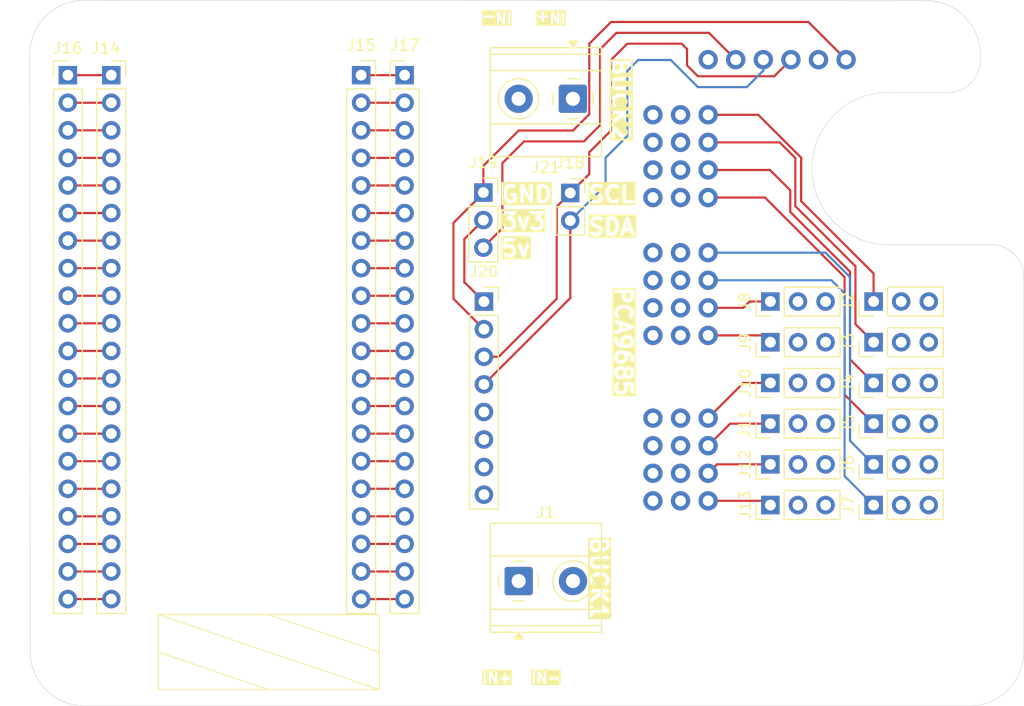
<source format=kicad_pcb>
(kicad_pcb (version 20241229) (generator "pcbnew") (generator_version "9.0")
  (layers (0 "F.Cu" signal) (4 "In1.Cu" signal) (6 "In2.Cu" signal) (2 "B.Cu" signal) (13 "F.Paste" user) (15 "B.Paste" user) (5 "F.SilkS" user "F.Silkscreen") (7 "B.SilkS" user "B.Silkscreen") (1 "F.Mask" user) (3 "B.Mask" user) (25 "Edge.Cuts" user))
  (net 0 "")
  (net 1 "/S1-GND")
  (net 2 "/S1-PWR")
  (net 3 "/PWM-0")
  (net 4 "/PWM-1")
  (net 5 "/PWM-2")
  (net 6 "/PWM-3")
  (net 7 "/PWM-4")
  (net 8 "/PWM-5")
  (net 9 "/PWM-6")
  (net 10 "/S2-PWR")
  (net 11 "/S2-GND")
  (net 12 "/PWM-7")
  (net 13 "/PWM-8")
  (net 14 "/PWM-9")
  (net 15 "/PWM-10")
  (net 16 "/PWM-11")
  (net 17 "/ESP-32Pin")
  (net 18 "/Global SDA")
  (net 19 "/Global SCL")
  (net 20 "/ESP32-5v")
  (net 21 "/ESP32-GND")
  (net 22 "/ESP32-3v3")
  (footprint "Connector_PinHeader_2.54mm:PinHeader_1x03_P2.54mm_Vertical" (layer "F.Cu") (at 146.17 88 90)
    (property "Reference" "J9" (at 0 -2.33 90) (layer "F.SilkS"))
    (property "Value" "Conn_01x03_MountingPin")
    (pad "1" thru_hole rect (at 0 0 90) (size 1.7 1.7) (drill 1) (layers "*.Cu" "*.Mask") (net 12 "/PWM-7"))
    (pad "2" thru_hole oval (at 0 2.54 90) (size 1.7 1.7) (drill 1) (layers "*.Cu" "*.Mask") (net 10 "/S2-PWR"))
    (pad "3" thru_hole oval (at 0 5.08 90) (size 1.7 1.7) (drill 1) (layers "*.Cu" "*.Mask") (net 11 "/S2-GND"))
  )
  (footprint "Connector_PinSocket_2.54mm:PinSocket_1x20_P2.54mm_Vertical" (layer "F.Cu") (at 85.5 63.4)
    (property "Reference" "J14" (at -0.5 -2.5 0) (layer "F.SilkS"))
    (property "Value" "Conn_01x20_Socket")
    (pad "1" thru_hole rect (at 0 0) (size 1.7 1.7) (drill 1) (layers "*.Cu" "*.Mask") (net 17 "/ESP-32Pin"))
    (pad "2" thru_hole oval (at 0 2.54) (size 1.7 1.7) (drill 1) (layers "*.Cu" "*.Mask") (net 17 "/ESP-32Pin"))
    (pad "3" thru_hole oval (at 0 5.08) (size 1.7 1.7) (drill 1) (layers "*.Cu" "*.Mask") (net 17 "/ESP-32Pin"))
    (pad "4" thru_hole oval (at 0 7.62) (size 1.7 1.7) (drill 1) (layers "*.Cu" "*.Mask") (net 17 "/ESP-32Pin"))
    (pad "5" thru_hole oval (at 0 10.16) (size 1.7 1.7) (drill 1) (layers "*.Cu" "*.Mask") (net 17 "/ESP-32Pin"))
    (pad "6" thru_hole oval (at 0 12.7) (size 1.7 1.7) (drill 1) (layers "*.Cu" "*.Mask") (net 17 "/ESP-32Pin"))
    (pad "7" thru_hole oval (at 0 15.24) (size 1.7 1.7) (drill 1) (layers "*.Cu" "*.Mask") (net 17 "/ESP-32Pin"))
    (pad "8" thru_hole oval (at 0 17.78) (size 1.7 1.7) (drill 1) (layers "*.Cu" "*.Mask") (net 17 "/ESP-32Pin"))
    (pad "9" thru_hole oval (at 0 20.32) (size 1.7 1.7) (drill 1) (layers "*.Cu" "*.Mask") (net 17 "/ESP-32Pin"))
    (pad "10" thru_hole oval (at 0 22.86) (size 1.7 1.7) (drill 1) (layers "*.Cu" "*.Mask") (net 17 "/ESP-32Pin"))
    (pad "11" thru_hole oval (at 0 25.4) (size 1.7 1.7) (drill 1) (layers "*.Cu" "*.Mask") (net 17 "/ESP-32Pin"))
    (pad "12" thru_hole oval (at 0 27.94) (size 1.7 1.7) (drill 1) (layers "*.Cu" "*.Mask") (net 17 "/ESP-32Pin"))
    (pad "13" thru_hole oval (at 0 30.48) (size 1.7 1.7) (drill 1) (layers "*.Cu" "*.Mask") (net 17 "/ESP-32Pin"))
    (pad "14" thru_hole oval (at 0 33.02) (size 1.7 1.7) (drill 1) (layers "*.Cu" "*.Mask") (net 17 "/ESP-32Pin"))
    (pad "15" thru_hole oval (at 0 35.56) (size 1.7 1.7) (drill 1) (layers "*.Cu" "*.Mask") (net 17 "/ESP-32Pin"))
    (pad "16" thru_hole oval (at 0 38.1) (size 1.7 1.7) (drill 1) (layers "*.Cu" "*.Mask") (net 17 "/ESP-32Pin"))
    (pad "17" thru_hole oval (at 0 40.64) (size 1.7 1.7) (drill 1) (layers "*.Cu" "*.Mask") (net 17 "/ESP-32Pin"))
    (pad "18" thru_hole oval (at 0 43.18) (size 1.7 1.7) (drill 1) (layers "*.Cu" "*.Mask") (net 17 "/ESP-32Pin"))
    (pad "19" thru_hole oval (at 0 45.72) (size 1.7 1.7) (drill 1) (layers "*.Cu" "*.Mask") (net 17 "/ESP-32Pin"))
    (pad "20" thru_hole oval (at 0 48.26) (size 1.7 1.7) (drill 1) (layers "*.Cu" "*.Mask") (net 17 "/ESP-32Pin"))
  )
  (footprint "Connector_PinHeader_2.54mm:PinHeader_1x03_P2.54mm_Vertical" (layer "F.Cu") (at 155.67 99.25 90)
    (property "Reference" "J6" (at 0 -2.33 90) (layer "F.SilkS"))
    (property "Value" "Conn_01x03_MountingPin")
    (pad "1" thru_hole rect (at 0 0 90) (size 1.7 1.7) (drill 1) (layers "*.Cu" "*.Mask") (net 7 "/PWM-4"))
    (pad "2" thru_hole oval (at 0 2.54 90) (size 1.7 1.7) (drill 1) (layers "*.Cu" "*.Mask") (net 2 "/S1-PWR"))
    (pad "3" thru_hole oval (at 0 5.08 90) (size 1.7 1.7) (drill 1) (layers "*.Cu" "*.Mask") (net 1 "/S1-GND"))
  )
  (footprint "Connector_PinSocket_2.54mm:PinSocket_1x02_P2.54mm_Vertical" (layer "F.Cu") (at 127.75 74.25)
    (property "Reference" "J18" (at 0 -2.77 0) (layer "F.SilkS"))
    (property "Value" "Conn_01x02_Pin")
    (pad "1" thru_hole rect (at 0 0) (size 1.7 1.7) (drill 1) (layers "*.Cu" "*.Mask") (net 19 "/Global SCL"))
    (pad "2" thru_hole oval (at 0 2.54) (size 1.7 1.7) (drill 1) (layers "*.Cu" "*.Mask") (net 18 "/Global SDA"))
  )
  (footprint "TerminalBlock_Phoenix:TerminalBlock_Phoenix_MKDS-1,5-2_1x02_P5.00mm_Horizontal" (layer "F.Cu") (at 127.993453 65.5775 180)
    (property "Reference" "J21" (at 2.5 -6.32 0) (layer "F.SilkS"))
    (property "Value" "Screw_Terminal_01x02")
    (pad "1" thru_hole roundrect (at 0 0 180) (size 2.6 2.6) (drill 1.3) (layers "*.Cu" "*.Mask") (roundrect_rratio 0.096154) (net 10 "/S2-PWR"))
    (pad "2" thru_hole circle (at 5 0 180) (size 2.6 2.6) (drill 1.3) (layers "*.Cu" "*.Mask") (net 11 "/S2-GND"))
  )
  (footprint "Connector_PinHeader_2.54mm:PinHeader_1x03_P2.54mm_Vertical" (layer "F.Cu") (at 155.67 91.75 90)
    (property "Reference" "J4" (at 0 -2.33 90) (layer "F.SilkS"))
    (property "Value" "Conn_01x03_MountingPin")
    (pad "1" thru_hole rect (at 0 0 90) (size 1.7 1.7) (drill 1) (layers "*.Cu" "*.Mask") (net 5 "/PWM-2"))
    (pad "2" thru_hole oval (at 0 2.54 90) (size 1.7 1.7) (drill 1) (layers "*.Cu" "*.Mask") (net 2 "/S1-PWR"))
    (pad "3" thru_hole oval (at 0 5.08 90) (size 1.7 1.7) (drill 1) (layers "*.Cu" "*.Mask") (net 1 "/S1-GND"))
  )
  (footprint "Connector_PinHeader_2.54mm:PinHeader_1x20_P2.54mm_Vertical" (layer "F.Cu") (at 112.5 63.4)
    (property "Reference" "J17" (at 0 -2.75 0) (layer "F.SilkS"))
    (property "Value" "Conn_01x20_Pin")
    (pad "1" thru_hole rect (at 0 0) (size 1.7 1.7) (drill 1) (layers "*.Cu" "*.Mask") (net 17 "/ESP-32Pin"))
    (pad "2" thru_hole oval (at 0 2.54) (size 1.7 1.7) (drill 1) (layers "*.Cu" "*.Mask") (net 17 "/ESP-32Pin"))
    (pad "3" thru_hole oval (at 0 5.08) (size 1.7 1.7) (drill 1) (layers "*.Cu" "*.Mask") (net 17 "/ESP-32Pin"))
    (pad "4" thru_hole oval (at 0 7.62) (size 1.7 1.7) (drill 1) (layers "*.Cu" "*.Mask") (net 17 "/ESP-32Pin"))
    (pad "5" thru_hole oval (at 0 10.16) (size 1.7 1.7) (drill 1) (layers "*.Cu" "*.Mask") (net 17 "/ESP-32Pin"))
    (pad "6" thru_hole oval (at 0 12.7) (size 1.7 1.7) (drill 1) (layers "*.Cu" "*.Mask") (net 17 "/ESP-32Pin"))
    (pad "7" thru_hole oval (at 0 15.24) (size 1.7 1.7) (drill 1) (layers "*.Cu" "*.Mask") (net 17 "/ESP-32Pin"))
    (pad "8" thru_hole oval (at 0 17.78) (size 1.7 1.7) (drill 1) (layers "*.Cu" "*.Mask") (net 17 "/ESP-32Pin"))
    (pad "9" thru_hole oval (at 0 20.32) (size 1.7 1.7) (drill 1) (layers "*.Cu" "*.Mask") (net 17 "/ESP-32Pin"))
    (pad "10" thru_hole oval (at 0 22.86) (size 1.7 1.7) (drill 1) (layers "*.Cu" "*.Mask") (net 17 "/ESP-32Pin"))
    (pad "11" thru_hole oval (at 0 25.4) (size 1.7 1.7) (drill 1) (layers "*.Cu" "*.Mask") (net 17 "/ESP-32Pin"))
    (pad "12" thru_hole oval (at 0 27.94) (size 1.7 1.7) (drill 1) (layers "*.Cu" "*.Mask") (net 17 "/ESP-32Pin"))
    (pad "13" thru_hole oval (at 0 30.48) (size 1.7 1.7) (drill 1) (layers "*.Cu" "*.Mask") (net 17 "/ESP-32Pin"))
    (pad "14" thru_hole oval (at 0 33.02) (size 1.7 1.7) (drill 1) (layers "*.Cu" "*.Mask") (net 17 "/ESP-32Pin"))
    (pad "15" thru_hole oval (at 0 35.56) (size 1.7 1.7) (drill 1) (layers "*.Cu" "*.Mask") (net 17 "/ESP-32Pin"))
    (pad "16" thru_hole oval (at 0 38.1) (size 1.7 1.7) (drill 1) (layers "*.Cu" "*.Mask") (net 17 "/ESP-32Pin"))
    (pad "17" thru_hole oval (at 0 40.64) (size 1.7 1.7) (drill 1) (layers "*.Cu" "*.Mask") (net 17 "/ESP-32Pin"))
    (pad "18" thru_hole oval (at 0 43.18) (size 1.7 1.7) (drill 1) (layers "*.Cu" "*.Mask") (net 17 "/ESP-32Pin"))
    (pad "19" thru_hole oval (at 0 45.72) (size 1.7 1.7) (drill 1) (layers "*.Cu" "*.Mask") (net 17 "/ESP-32Pin"))
    (pad "20" thru_hole oval (at 0 48.26) (size 1.7 1.7) (drill 1) (layers "*.Cu" "*.Mask") (net 17 "/ESP-32Pin"))
  )
  (footprint "Connector_PinHeader_2.54mm:PinHeader_1x03_P2.54mm_Vertical" (layer "F.Cu") (at 146.17 103 90)
    (property "Reference" "J13" (at 0 -2.33 90) (layer "F.SilkS"))
    (property "Value" "Conn_01x03_MountingPin")
    (pad "1" thru_hole rect (at 0 0 90) (size 1.7 1.7) (drill 1) (layers "*.Cu" "*.Mask") (net 16 "/PWM-11"))
    (pad "2" thru_hole oval (at 0 2.54 90) (size 1.7 1.7) (drill 1) (layers "*.Cu" "*.Mask") (net 10 "/S2-PWR"))
    (pad "3" thru_hole oval (at 0 5.08 90) (size 1.7 1.7) (drill 1) (layers "*.Cu" "*.Mask") (net 11 "/S2-GND"))
  )
  (footprint "Connector_PinHeader_2.54mm:PinHeader_1x03_P2.54mm_Vertical" (layer "F.Cu") (at 155.67 88 90)
    (property "Reference" "J3" (at 0 -2.33 90) (layer "F.SilkS"))
    (property "Value" "Conn_01x03_MountingPin")
    (pad "1" thru_hole rect (at 0 0 90) (size 1.7 1.7) (drill 1) (layers "*.Cu" "*.Mask") (net 4 "/PWM-1"))
    (pad "2" thru_hole oval (at 0 2.54 90) (size 1.7 1.7) (drill 1) (layers "*.Cu" "*.Mask") (net 2 "/S1-PWR"))
    (pad "3" thru_hole oval (at 0 5.08 90) (size 1.7 1.7) (drill 1) (layers "*.Cu" "*.Mask") (net 1 "/S1-GND"))
  )
  (footprint "Connector_PinSocket_2.54mm:PinSocket_1x20_P2.54mm_Vertical" (layer "F.Cu") (at 108.5 63.4)
    (property "Reference" "J15" (at 0 -2.77 0) (layer "F.SilkS"))
    (property "Value" "Conn_01x20_Socket")
    (pad "1" thru_hole rect (at 0 0) (size 1.7 1.7) (drill 1) (layers "*.Cu" "*.Mask") (net 17 "/ESP-32Pin"))
    (pad "2" thru_hole oval (at 0 2.54) (size 1.7 1.7) (drill 1) (layers "*.Cu" "*.Mask") (net 17 "/ESP-32Pin"))
    (pad "3" thru_hole oval (at 0 5.08) (size 1.7 1.7) (drill 1) (layers "*.Cu" "*.Mask") (net 17 "/ESP-32Pin"))
    (pad "4" thru_hole oval (at 0 7.62) (size 1.7 1.7) (drill 1) (layers "*.Cu" "*.Mask") (net 17 "/ESP-32Pin"))
    (pad "5" thru_hole oval (at 0 10.16) (size 1.7 1.7) (drill 1) (layers "*.Cu" "*.Mask") (net 17 "/ESP-32Pin"))
    (pad "6" thru_hole oval (at 0 12.7) (size 1.7 1.7) (drill 1) (layers "*.Cu" "*.Mask") (net 17 "/ESP-32Pin"))
    (pad "7" thru_hole oval (at 0 15.24) (size 1.7 1.7) (drill 1) (layers "*.Cu" "*.Mask") (net 17 "/ESP-32Pin"))
    (pad "8" thru_hole oval (at 0 17.78) (size 1.7 1.7) (drill 1) (layers "*.Cu" "*.Mask") (net 17 "/ESP-32Pin"))
    (pad "9" thru_hole oval (at 0 20.32) (size 1.7 1.7) (drill 1) (layers "*.Cu" "*.Mask") (net 17 "/ESP-32Pin"))
    (pad "10" thru_hole oval (at 0 22.86) (size 1.7 1.7) (drill 1) (layers "*.Cu" "*.Mask") (net 17 "/ESP-32Pin"))
    (pad "11" thru_hole oval (at 0 25.4) (size 1.7 1.7) (drill 1) (layers "*.Cu" "*.Mask") (net 17 "/ESP-32Pin"))
    (pad "12" thru_hole oval (at 0 27.94) (size 1.7 1.7) (drill 1) (layers "*.Cu" "*.Mask") (net 17 "/ESP-32Pin"))
    (pad "13" thru_hole oval (at 0 30.48) (size 1.7 1.7) (drill 1) (layers "*.Cu" "*.Mask") (net 17 "/ESP-32Pin"))
    (pad "14" thru_hole oval (at 0 33.02) (size 1.7 1.7) (drill 1) (layers "*.Cu" "*.Mask") (net 17 "/ESP-32Pin"))
    (pad "15" thru_hole oval (at 0 35.56) (size 1.7 1.7) (drill 1) (layers "*.Cu" "*.Mask") (net 17 "/ESP-32Pin"))
    (pad "16" thru_hole oval (at 0 38.1) (size 1.7 1.7) (drill 1) (layers "*.Cu" "*.Mask") (net 17 "/ESP-32Pin"))
    (pad "17" thru_hole oval (at 0 40.64) (size 1.7 1.7) (drill 1) (layers "*.Cu" "*.Mask") (net 17 "/ESP-32Pin"))
    (pad "18" thru_hole oval (at 0 43.18) (size 1.7 1.7) (drill 1) (layers "*.Cu" "*.Mask") (net 17 "/ESP-32Pin"))
    (pad "19" thru_hole oval (at 0 45.72) (size 1.7 1.7) (drill 1) (layers "*.Cu" "*.Mask") (net 17 "/ESP-32Pin"))
    (pad "20" thru_hole oval (at 0 48.26) (size 1.7 1.7) (drill 1) (layers "*.Cu" "*.Mask") (net 17 "/ESP-32Pin"))
  )
  (footprint "Connector_PinHeader_2.54mm:PinHeader_1x03_P2.54mm_Vertical" (layer "F.Cu") (at 146.17 95.5 90)
    (property "Reference" "J11" (at 0 -2.33 90) (layer "F.SilkS"))
    (property "Value" "Conn_01x03_MountingPin")
    (pad "1" thru_hole rect (at 0 0 90) (size 1.7 1.7) (drill 1) (layers "*.Cu" "*.Mask") (net 14 "/PWM-9"))
    (pad "2" thru_hole oval (at 0 2.54 90) (size 1.7 1.7) (drill 1) (layers "*.Cu" "*.Mask") (net 10 "/S2-PWR"))
    (pad "3" thru_hole oval (at 0 5.08 90) (size 1.7 1.7) (drill 1) (layers "*.Cu" "*.Mask") (net 11 "/S2-GND"))
  )
  (footprint "TerminalBlock_Phoenix:TerminalBlock_Phoenix_MKDS-1,5-2_1x02_P5.00mm_Horizontal" (layer "F.Cu") (at 123 110)
    (property "Reference" "J1" (at 2.5 -6.32 0) (layer "F.SilkS"))
    (property "Value" "Screw_Terminal_01x02")
    (pad "1" thru_hole roundrect (at 0 0) (size 2.6 2.6) (drill 1.3) (layers "*.Cu" "*.Mask") (roundrect_rratio 0.096154) (net 2 "/S1-PWR"))
    (pad "2" thru_hole circle (at 5 0) (size 2.6 2.6) (drill 1.3) (layers "*.Cu" "*.Mask") (net 1 "/S1-GND"))
  )
  (footprint "Connector_PinHeader_2.54mm:PinHeader_1x20_P2.54mm_Vertical" (layer "F.Cu") (at 81.5 63.4)
    (property "Reference" "J16" (at 0 -2.5 0) (layer "F.SilkS"))
    (property "Value" "Conn_01x20_Pin")
    (pad "1" thru_hole rect (at 0 0) (size 1.7 1.7) (drill 1) (layers "*.Cu" "*.Mask") (net 17 "/ESP-32Pin"))
    (pad "2" thru_hole oval (at 0 2.54) (size 1.7 1.7) (drill 1) (layers "*.Cu" "*.Mask") (net 17 "/ESP-32Pin"))
    (pad "3" thru_hole oval (at 0 5.08) (size 1.7 1.7) (drill 1) (layers "*.Cu" "*.Mask") (net 17 "/ESP-32Pin"))
    (pad "4" thru_hole oval (at 0 7.62) (size 1.7 1.7) (drill 1) (layers "*.Cu" "*.Mask") (net 17 "/ESP-32Pin"))
    (pad "5" thru_hole oval (at 0 10.16) (size 1.7 1.7) (drill 1) (layers "*.Cu" "*.Mask") (net 17 "/ESP-32Pin"))
    (pad "6" thru_hole oval (at 0 12.7) (size 1.7 1.7) (drill 1) (layers "*.Cu" "*.Mask") (net 17 "/ESP-32Pin"))
    (pad "7" thru_hole oval (at 0 15.24) (size 1.7 1.7) (drill 1) (layers "*.Cu" "*.Mask") (net 17 "/ESP-32Pin"))
    (pad "8" thru_hole oval (at 0 17.78) (size 1.7 1.7) (drill 1) (layers "*.Cu" "*.Mask") (net 17 "/ESP-32Pin"))
    (pad "9" thru_hole oval (at 0 20.32) (size 1.7 1.7) (drill 1) (layers "*.Cu" "*.Mask") (net 17 "/ESP-32Pin"))
    (pad "10" thru_hole oval (at 0 22.86) (size 1.7 1.7) (drill 1) (layers "*.Cu" "*.Mask") (net 17 "/ESP-32Pin"))
    (pad "11" thru_hole oval (at 0 25.4) (size 1.7 1.7) (drill 1) (layers "*.Cu" "*.Mask") (net 17 "/ESP-32Pin"))
    (pad "12" thru_hole oval (at 0 27.94) (size 1.7 1.7) (drill 1) (layers "*.Cu" "*.Mask") (net 17 "/ESP-32Pin"))
    (pad "13" thru_hole oval (at 0 30.48) (size 1.7 1.7) (drill 1) (layers "*.Cu" "*.Mask") (net 17 "/ESP-32Pin"))
    (pad "14" thru_hole oval (at 0 33.02) (size 1.7 1.7) (drill 1) (layers "*.Cu" "*.Mask") (net 17 "/ESP-32Pin"))
    (pad "15" thru_hole oval (at 0 35.56) (size 1.7 1.7) (drill 1) (layers "*.Cu" "*.Mask") (net 17 "/ESP-32Pin"))
    (pad "16" thru_hole oval (at 0 38.1) (size 1.7 1.7) (drill 1) (layers "*.Cu" "*.Mask") (net 17 "/ESP-32Pin"))
    (pad "17" thru_hole oval (at 0 40.64) (size 1.7 1.7) (drill 1) (layers "*.Cu" "*.Mask") (net 17 "/ESP-32Pin"))
    (pad "18" thru_hole oval (at 0 43.18) (size 1.7 1.7) (drill 1) (layers "*.Cu" "*.Mask") (net 17 "/ESP-32Pin"))
    (pad "19" thru_hole oval (at 0 45.72) (size 1.7 1.7) (drill 1) (layers "*.Cu" "*.Mask") (net 17 "/ESP-32Pin"))
    (pad "20" thru_hole oval (at 0 48.26) (size 1.7 1.7) (drill 1) (layers "*.Cu" "*.Mask") (net 17 "/ESP-32Pin"))
  )
  (footprint "Connector_PinHeader_2.54mm:PinHeader_1x03_P2.54mm_Vertical" (layer "F.Cu") (at 146.17 84.25 90)
    (property "Reference" "J8" (at 0 -2.33 90) (layer "F.SilkS"))
    (property "Value" "Conn_01x03_MountingPin")
    (pad "1" thru_hole rect (at 0 0 90) (size 1.7 1.7) (drill 1) (layers "*.Cu" "*.Mask") (net 9 "/PWM-6"))
    (pad "2" thru_hole oval (at 0 2.54 90) (size 1.7 1.7) (drill 1) (layers "*.Cu" "*.Mask") (net 10 "/S2-PWR"))
    (pad "3" thru_hole oval (at 0 5.08 90) (size 1.7 1.7) (drill 1) (layers "*.Cu" "*.Mask") (net 11 "/S2-GND"))
  )
  (footprint "Connector_PinHeader_2.54mm:PinHeader_1x03_P2.54mm_Vertical" (layer "F.Cu") (at 155.67 95.5 90)
    (property "Reference" "J5" (at 0 -2.33 90) (layer "F.SilkS"))
    (property "Value" "Conn_01x03_MountingPin")
    (pad "1" thru_hole rect (at 0 0 90) (size 1.7 1.7) (drill 1) (layers "*.Cu" "*.Mask") (net 6 "/PWM-3"))
    (pad "2" thru_hole oval (at 0 2.54 90) (size 1.7 1.7) (drill 1) (layers "*.Cu" "*.Mask") (net 2 "/S1-PWR"))
    (pad "3" thru_hole oval (at 0 5.08 90) (size 1.7 1.7) (drill 1) (layers "*.Cu" "*.Mask") (net 1 "/S1-GND"))
  )
  (footprint "Connector_PinHeader_2.54mm:PinHeader_1x03_P2.54mm_Vertical" (layer "F.Cu") (at 146.17 91.75 90)
    (property "Reference" "J10" (at 0 -2.33 90) (layer "F.SilkS"))
    (property "Value" "Conn_01x03_MountingPin")
    (pad "1" thru_hole rect (at 0 0 90) (size 1.7 1.7) (drill 1) (layers "*.Cu" "*.Mask") (net 13 "/PWM-8"))
    (pad "2" thru_hole oval (at 0 2.54 90) (size 1.7 1.7) (drill 1) (layers "*.Cu" "*.Mask") (net 10 "/S2-PWR"))
    (pad "3" thru_hole oval (at 0 5.08 90) (size 1.7 1.7) (drill 1) (layers "*.Cu" "*.Mask") (net 11 "/S2-GND"))
  )
  (footprint "Connector_PinSocket_2.54mm:PinSocket_1x08_P2.54mm_Vertical" (layer "F.Cu") (at 119.8 84.26)
    (property "Reference" "J20" (at 0 -2.77 0) (layer "F.SilkS"))
    (property "Value" "Conn_01x08_Pin")
    (pad "1" thru_hole rect (at 0 0) (size 1.7 1.7) (drill 1) (layers "*.Cu" "*.Mask") (net 22 "/ESP32-3v3"))
    (pad "2" thru_hole oval (at 0 2.54) (size 1.7 1.7) (drill 1) (layers "*.Cu" "*.Mask") (net 21 "/ESP32-GND"))
    (pad "3" thru_hole oval (at 0 5.08) (size 1.7 1.7) (drill 1) (layers "*.Cu" "*.Mask") (net 19 "/Global SCL"))
    (pad "4" thru_hole oval (at 0 7.62) (size 1.7 1.7) (drill 1) (layers "*.Cu" "*.Mask") (net 18 "/Global SDA"))
    (pad "5" thru_hole oval (at 0 10.16) (size 1.7 1.7) (drill 1) (layers "*.Cu" "*.Mask"))
    (pad "6" thru_hole oval (at 0 12.7) (size 1.7 1.7) (drill 1) (layers "*.Cu" "*.Mask"))
    (pad "7" thru_hole oval (at 0 15.24) (size 1.7 1.7) (drill 1) (layers "*.Cu" "*.Mask"))
    (pad "8" thru_hole oval (at 0 17.78) (size 1.7 1.7) (drill 1) (layers "*.Cu" "*.Mask"))
  )
  (footprint "Connector_PinHeader_2.54mm:PinHeader_1x03_P2.54mm_Vertical" (layer "F.Cu") (at 146.17 99.25 90)
    (property "Reference" "J12" (at 0 -2.33 90) (layer "F.SilkS"))
    (property "Value" "Conn_01x03_MountingPin")
    (pad "1" thru_hole rect (at 0 0 90) (size 1.7 1.7) (drill 1) (layers "*.Cu" "*.Mask") (net 15 "/PWM-10"))
    (pad "2" thru_hole oval (at 0 2.54 90) (size 1.7 1.7) (drill 1) (layers "*.Cu" "*.Mask") (net 10 "/S2-PWR"))
    (pad "3" thru_hole oval (at 0 5.08 90) (size 1.7 1.7) (drill 1) (layers "*.Cu" "*.Mask") (net 11 "/S2-GND"))
  )
  (footprint "Connector_PinSocket_2.54mm:PinSocket_1x03_P2.54mm_Vertical" (layer "F.Cu") (at 119.75 74.21)
    (property "Reference" "J19" (at 0 -2.77 0) (layer "F.SilkS"))
    (property "Value" "Conn_01x03_Pin")
    (pad "1" thru_hole rect (at 0 0) (size 1.7 1.7) (drill 1) (layers "*.Cu" "*.Mask") (net 21 "/ESP32-GND"))
    (pad "2" thru_hole oval (at 0 2.54) (size 1.7 1.7) (drill 1) (layers "*.Cu" "*.Mask") (net 22 "/ESP32-3v3"))
    (pad "3" thru_hole oval (at 0 5.08) (size 1.7 1.7) (drill 1) (layers "*.Cu" "*.Mask") (net 20 "/ESP32-5v"))
  )
  (footprint "Connector_PinHeader_2.54mm:PinHeader_1x03_P2.54mm_Vertical" (layer "F.Cu") (at 155.67 103 90)
    (property "Reference" "J7" (at 0 -2.33 90) (layer "F.SilkS"))
    (property "Value" "Conn_01x03_MountingPin")
    (pad "1" thru_hole rect (at 0 0 90) (size 1.7 1.7) (drill 1) (layers "*.Cu" "*.Mask") (net 8 "/PWM-5"))
    (pad "2" thru_hole oval (at 0 2.54 90) (size 1.7 1.7) (drill 1) (layers "*.Cu" "*.Mask") (net 2 "/S1-PWR"))
    (pad "3" thru_hole oval (at 0 5.08 90) (size 1.7 1.7) (drill 1) (layers "*.Cu" "*.Mask") (net 1 "/S1-GND"))
  )
  (footprint "spotmicro:MODULE_815" (layer "F.Cu") (at 146.663 91.18 -90)
    (property "Reference" "U2" (hide yes))
    (property "Value" "PCA9685" (hide yes))
    (pad "0" thru_hole circle (at -24.13 6.223 270) (size 1.778 1.778) (drill 1) (layers "*.Cu" "*.Mask") (net 3 "/PWM-0"))
    (pad "1" thru_hole circle (at -21.59 6.223 270) (size 1.778 1.778) (drill 1) (layers "*.Cu" "*.Mask") (net 4 "/PWM-1"))
    (pad "2" thru_hole circle (at -19.05 6.223 270) (size 1.778 1.778) (drill 1) (layers "*.Cu" "*.Mask") (net 5 "/PWM-2"))
    (pad "3" thru_hole circle (at -16.51 6.223 270) (size 1.778 1.778) (drill 1) (layers "*.Cu" "*.Mask") (net 6 "/PWM-3"))
    (pad "4" thru_hole circle (at -11.43 6.223 270) (size 1.778 1.778) (drill 1) (layers "*.Cu" "*.Mask") (net 7 "/PWM-4"))
    (pad "5" thru_hole circle (at -8.89 6.223 270) (size 1.778 1.778) (drill 1) (layers "*.Cu" "*.Mask") (net 8 "/PWM-5"))
    (pad "6" thru_hole circle (at -6.35 6.223 270) (size 1.778 1.778) (drill 1) (layers "*.Cu" "*.Mask") (net 9 "/PWM-6"))
    (pad "7" thru_hole circle (at -3.81 6.223 270) (size 1.778 1.778) (drill 1) (layers "*.Cu" "*.Mask") (net 12 "/PWM-7"))
    (pad "8" thru_hole circle (at 3.81 6.223 270) (size 1.778 1.778) (drill 1) (layers "*.Cu" "*.Mask") (net 13 "/PWM-8"))
    (pad "9" thru_hole circle (at 6.35 6.223 270) (size 1.778 1.778) (drill 1) (layers "*.Cu" "*.Mask") (net 14 "/PWM-9"))
    (pad "10" thru_hole circle (at 8.89 6.223 270) (size 1.778 1.778) (drill 1) (layers "*.Cu" "*.Mask") (net 15 "/PWM-10"))
    (pad "11" thru_hole circle (at 11.43 6.223 270) (size 1.778 1.778) (drill 1) (layers "*.Cu" "*.Mask") (net 16 "/PWM-11"))
    (pad "GND_1" thru_hole circle (at -29.21 -6.477 270) (size 1.778 1.778) (drill 1.016) (layers "*.Cu" "*.Mask") (net 21 "/ESP32-GND"))
    (pad "GND_3" thru_hole circle (at -24.13 11.303 270) (size 1.778 1.778) (drill 1) (layers "*.Cu" "*.Mask"))
    (pad "GND_4" thru_hole circle (at -21.59 11.303 270) (size 1.778 1.778) (drill 1) (layers "*.Cu" "*.Mask"))
    (pad "GND_5" thru_hole circle (at -19.05 11.303 270) (size 1.778 1.778) (drill 1) (layers "*.Cu" "*.Mask"))
    (pad "GND_6" thru_hole circle (at -16.51 11.303 270) (size 1.778 1.778) (drill 1) (layers "*.Cu" "*.Mask"))
    (pad "GND_7" thru_hole circle (at -11.43 11.303 270) (size 1.778 1.778) (drill 1) (layers "*.Cu" "*.Mask"))
    (pad "GND_8" thru_hole circle (at -8.89 11.303 270) (size 1.778 1.778) (drill 1) (layers "*.Cu" "*.Mask"))
    (pad "GND_9" thru_hole circle (at -6.35 11.303 270) (size 1.778 1.778) (drill 1) (layers "*.Cu" "*.Mask"))
    (pad "GND_10" thru_hole circle (at -3.81 11.303 270) (size 1.778 1.778) (drill 1) (layers "*.Cu" "*.Mask"))
    (pad "GND_11" thru_hole circle (at 3.81 11.303 270) (size 1.778 1.778) (drill 1) (layers "*.Cu" "*.Mask"))
    (pad "GND_12" thru_hole circle (at 6.35 11.303 270) (size 1.778 1.778) (drill 1) (layers "*.Cu" "*.Mask"))
    (pad "GND_13" thru_hole circle (at 8.89 11.303 270) (size 1.778 1.778) (drill 1) (layers "*.Cu" "*.Mask"))
    (pad "GND_14" thru_hole circle (at 11.43 11.303 270) (size 1.778 1.778) (drill 1) (layers "*.Cu" "*.Mask"))
    (pad "OE_1" thru_hole circle (at -29.21 -3.937 270) (size 1.778 1.778) (drill 1.016) (layers "*.Cu" "*.Mask"))
    (pad "SCL_1" thru_hole circle (at -29.21 -1.397 270) (size 1.778 1.778) (drill 1.016) (layers "*.Cu" "*.Mask") (net 19 "/Global SCL"))
    (pad "SDA_1" thru_hole circle (at -29.21 1.143 270) (size 1.778 1.778) (drill 1.016) (layers "*.Cu" "*.Mask") (net 18 "/Global SDA"))
    (pad "V+_1" thru_hole circle (at -29.21 6.223 270) (size 1.778 1.778) (drill 1.016) (layers "*.Cu" "*.Mask"))
    (pad "V+_3" thru_hole circle (at -24.13 8.763 270) (size 1.778 1.778) (drill 1) (layers "*.Cu" "*.Mask"))
    (pad "V+_4" thru_hole circle (at -21.59 8.763 270) (size 1.778 1.778) (drill 1) (layers "*.Cu" "*.Mask"))
    (pad "V+_5" thru_hole circle (at -19.05 8.763 270) (size 1.778 1.778) (drill 1) (layers "*.Cu" "*.Mask"))
    (pad "V+_6" thru_hole circle (at -16.51 8.763 270) (size 1.778 1.778) (drill 1) (layers "*.Cu" "*.Mask"))
    (pad "V+_7" thru_hole circle (at -11.43 8.763 270) (size 1.778 1.778) (drill 1) (layers "*.Cu" "*.Mask"))
    (pad "V+_8" thru_hole circle (at -8.89 8.763 270) (size 1.778 1.778) (drill 1) (layers "*.Cu" "*.Mask"))
    (pad "V+_9" thru_hole circle (at -6.35 8.763 270) (size 1.778 1.778) (drill 1) (layers "*.Cu" "*.Mask"))
    (pad "V+_10" thru_hole circle (at -3.81 8.763 270) (size 1.778 1.778) (drill 1) (layers "*.Cu" "*.Mask"))
    (pad "V+_11" thru_hole circle (at 3.81 8.763 270) (size 1.778 1.778) (drill 1) (layers "*.Cu" "*.Mask"))
    (pad "V+_12" thru_hole circle (at 6.35 8.763 270) (size 1.778 1.778) (drill 1) (layers "*.Cu" "*.Mask"))
    (pad "V+_13" thru_hole circle (at 8.89 8.763 270) (size 1.778 1.778) (drill 1) (layers "*.Cu" "*.Mask"))
    (pad "V+_14" thru_hole circle (at 11.43 8.763 270) (size 1.778 1.778) (drill 1) (layers "*.Cu" "*.Mask"))
    (pad "VCC_1" thru_hole circle (at -29.21 3.683 270) (size 1.778 1.778) (drill 1.016) (layers "*.Cu" "*.Mask") (net 20 "/ESP32-5v"))
  )
  (footprint "Connector_PinHeader_2.54mm:PinHeader_1x03_P2.54mm_Vertical" (layer "F.Cu") (at 155.67 84.25 90)
    (property "Reference" "J2" (at 0 -2.33 90) (layer "F.SilkS"))
    (property "Value" "Conn_01x03_MountingPin")
    (pad "1" thru_hole rect (at 0 0 90) (size 1.7 1.7) (drill 1) (layers "*.Cu" "*.Mask") (net 3 "/PWM-0"))
    (pad "2" thru_hole oval (at 0 2.54 90) (size 1.7 1.7) (drill 1) (layers "*.Cu" "*.Mask") (net 2 "/S1-PWR"))
    (pad "3" thru_hole oval (at 0 5.08 90) (size 1.7 1.7) (drill 1) (layers "*.Cu" "*.Mask") (net 1 "/S1-GND"))
  )
  (gr_line (start 89.83 113.09) (end 110.17 120) (stroke (width 0.1)) (layer "F.SilkS"))
  (gr_line (start 100 113.09) (end 110.17 116.545) (stroke (width 0.1)) (layer "F.SilkS"))
  (gr_line (start 89.83 116.545) (end 100 120) (stroke (width 0.1)) (layer "F.SilkS"))
  (gr_rect (start 89.83 113.09) (end 110.17 120) (stroke (width 0.1)) (fill no) (layer "F.SilkS"))
  (gr_arc (start 83.035534 121.5) (mid 79.5 120.035534) (end 78.035534 116.5) (stroke (width 0.05)) (layer "Edge.Cuts"))
  (gr_line (start 157.013374 79.017993) (end 166.5 79.017831) (stroke (width 0.05)) (layer "Edge.Cuts"))
  (gr_line (start 165.499995 61.535534) (end 165.5 62) (stroke (width 0.05)) (layer "Edge.Cuts"))
  (gr_arc (start 157.013374 79.017993) (mid 150 71.75) (end 157.513374 65.000159) (stroke (width 0.05)) (layer "Edge.Cuts"))
  (gr_line (start 83.035534 121.5) (end 164.5 121.5) (stroke (width 0.05)) (layer "Edge.Cuts"))
  (gr_line (start 157.513374 65.000162) (end 162.5 65) (stroke (width 0.05)) (layer "Edge.Cuts"))
  (gr_line (start 169.5 82.017831) (end 169.5 116.5) (stroke (width 0.05)) (layer "Edge.Cuts"))
  (gr_arc (start 165.5 62) (mid 164.62132 64.12132) (end 162.5 65) (stroke (width 0.05)) (layer "Edge.Cuts"))
  (gr_line (start 78 61.5) (end 78.035534 116.5) (stroke (width 0.05)) (layer "Edge.Cuts"))
  (gr_arc (start 78 61.5) (mid 79.464466 57.964466) (end 83 56.5) (stroke (width 0.05)) (layer "Edge.Cuts"))
  (gr_line (start 160.499995 56.535534) (end 83 56.5) (stroke (width 0.05)) (layer "Edge.Cuts"))
  (gr_arc (start 160.499995 56.535534) (mid 164.035529 58) (end 165.499995 61.535534) (stroke (width 0.05)) (layer "Edge.Cuts"))
  (gr_arc (start 166.5 79.017831) (mid 168.62132 79.896511) (end 169.5 82.017831) (stroke (width 0.05)) (layer "Edge.Cuts"))
  (gr_arc (start 169.5 116.5) (mid 168.035534 120.035534) (end 164.5 121.5) (stroke (width 0.05)) (layer "Edge.Cuts"))
  (gr_text "SDA" (at 129.25 78.25 0) (layer "F.SilkS" knockout) (effects (font (size 1.5 1.5) (thickness 0.3) (bold yes)) (justify left bottom)))
  (gr_text "PCA9685" (at 131.75 82.75 270) (layer "F.SilkS" knockout) (effects (font (size 1.5 1.5) (thickness 0.3) (bold yes)) (justify left bottom)))
  (gr_text "IN+" (at 119.5 119.5 0) (layer "F.SilkS" knockout) (effects (font (size 1 1) (thickness 0.2) (bold yes)) (justify left bottom)))
  (gr_text "GND" (at 121.25 75.25 0) (layer "F.SilkS" knockout) (effects (font (size 1.5 1.5) (thickness 0.3) (bold yes)) (justify left bottom)))
  (gr_text "SCL" (at 129.25 75.25 0) (layer "F.SilkS" knockout) (effects (font (size 1.5 1.5) (thickness 0.3) (bold yes)) (justify left bottom)))
  (gr_text "IN-" (at 124 119.5 0) (layer "F.SilkS" knockout) (effects (font (size 1 1) (thickness 0.2) (bold yes)) (justify left bottom)))
  (gr_text "BUCK2" (at 131.493453 61.7 270) (layer "F.SilkS" knockout) (effects (font (size 1.5 1.5) (thickness 0.3) (bold yes)) (justify left bottom)))
  (gr_text "IN+" (at 127.5 57.5 180) (layer "F.SilkS" knockout) (effects (font (size 1 1) (thickness 0.2) (bold yes)) (justify left bottom)))
  (gr_text "5v" (at 121.25 80.25 0) (layer "F.SilkS" knockout) (effects (font (size 1.5 1.5) (thickness 0.3) (bold yes)) (justify left bottom)))
  (gr_text "3v3" (at 121.25 77.75 0) (layer "F.SilkS" knockout) (effects (font (size 1.5 1.5) (thickness 0.3) (bold yes)) (justify left bottom)))
  (gr_text "BUCK1" (at 129.5 105.7775 270) (layer "F.SilkS" knockout) (effects (font (size 1.5 1.5) (thickness 0.3) (bold yes)) (justify left bottom)))
  (gr_text "IN-" (at 122.5 57.5 180) (layer "F.SilkS" knockout) (effects (font (size 1 1) (thickness 0.2) (bold yes)) (justify left bottom)))
  (segment (start 149 71) (end 149 75) (width 0.2) (layer "F.Cu") (net 3))
  (segment (start 145.05 67.05) (end 149 71) (width 0.2) (layer "F.Cu") (net 3))
  (segment (start 149 75) (end 155.67 81.67) (width 0.2) (layer "F.Cu") (net 3))
  (segment (start 140.44 67.05) (end 145.05 67.05) (width 0.2) (layer "F.Cu") (net 3))
  (segment (start 155.67 81.67) (end 155.67 84.25) (width 0.2) (layer "F.Cu") (net 3))
  (segment (start 148.467157 71.032843) (end 148.467157 75.467157) (width 0.2) (layer "F.Cu") (net 4))
  (segment (start 148.467157 75.467157) (end 154 81) (width 0.2) (layer "F.Cu") (net 4))
  (segment (start 154 86.33) (end 155.67 88) (width 0.2) (layer "F.Cu") (net 4))
  (segment (start 147.024314 69.59) (end 148.467157 71.032843) (width 0.2) (layer "F.Cu") (net 4))
  (segment (start 154 81) (end 154 86.33) (width 0.2) (layer "F.Cu") (net 4))
  (segment (start 140.44 69.59) (end 147.024314 69.59) (width 0.2) (layer "F.Cu") (net 4))
  (segment (start 155.67 91.75) (end 153.5 89.58) (width 0.2) (layer "F.Cu") (net 5))
  (segment (start 153.5 89.58) (end 153.5 81.5) (width 0.2) (layer "F.Cu") (net 5))
  (segment (start 148 74) (end 146.13 72.13) (width 0.2) (layer "F.Cu") (net 5))
  (segment (start 146.13 72.13) (end 140.44 72.13) (width 0.2) (layer "F.Cu") (net 5))
  (segment (start 148 76) (end 148 74) (width 0.2) (layer "F.Cu") (net 5))
  (segment (start 153.5 81.5) (end 148 76) (width 0.2) (layer "F.Cu") (net 5))
  (segment (start 153 92.83) (end 155.67 95.5) (width 0.2) (layer "F.Cu") (net 6))
  (segment (start 145.67 74.67) (end 153 82) (width 0.2) (layer "F.Cu") (net 6))
  (segment (start 140.44 74.67) (end 145.67 74.67) (width 0.2) (layer "F.Cu") (net 6))
  (segment (start 153 82) (end 153 92.83) (width 0.2) (layer "F.Cu") (net 6))
  (segment (start 140.44 79.75) (end 151.25 79.75) (width 0.2) (layer "B.Cu") (net 7))
  (segment (start 151.25 79.75) (end 153.5 82) (width 0.2) (layer "B.Cu") (net 7))
  (segment (start 153.5 82) (end 153.5 97.08) (width 0.2) (layer "B.Cu") (net 7))
  (segment (start 153.5 97.08) (end 155.67 99.25) (width 0.2) (layer "B.Cu") (net 7))
  (segment (start 153 83.5) (end 153 100.33) (width 0.2) (layer "B.Cu") (net 8))
  (segment (start 151.79 82.29) (end 153 83.5) (width 0.2) (layer "B.Cu") (net 8))
  (segment (start 153 100.33) (end 155.67 103) (width 0.2) (layer "B.Cu") (net 8))
  (segment (start 140.44 82.29) (end 151.79 82.29) (width 0.2) (layer "B.Cu") (net 8))
  (segment (start 143.67 84.83) (end 144.25 84.25) (width 0.2) (layer "F.Cu") (net 9))
  (segment (start 140.44 84.83) (end 143.67 84.83) (width 0.2) (layer "F.Cu") (net 9))
  (segment (start 144.25 84.25) (end 146.17 84.25) (width 0.2) (layer "F.Cu") (net 9))
  (segment (start 145.54 87.37) (end 146.17 88) (width 0.2) (layer "F.Cu") (net 12))
  (segment (start 140.44 87.37) (end 145.54 87.37) (width 0.2) (layer "F.Cu") (net 12))
  (segment (start 143.68 91.75) (end 146.17 91.75) (width 0.2) (layer "F.Cu") (net 13))
  (segment (start 140.44 94.99) (end 143.68 91.75) (width 0.2) (layer "F.Cu") (net 13))
  (segment (start 142.47 95.5) (end 146.17 95.5) (width 0.2) (layer "F.Cu") (net 14))
  (segment (start 140.44 97.53) (end 142.47 95.5) (width 0.2) (layer "F.Cu") (net 14))
  (segment (start 140.44 100.07) (end 141.26 99.25) (width 0.2) (layer "F.Cu") (net 15))
  (segment (start 141.26 99.25) (end 146.17 99.25) (width 0.2) (layer "F.Cu") (net 15))
  (segment (start 145.78 102.61) (end 146.17 103) (width 0.2) (layer "F.Cu") (net 16))
  (segment (start 140.44 102.61) (end 145.78 102.61) (width 0.2) (layer "F.Cu") (net 16))
  (segment (start 85.5 88.8) (end 81.5 88.8) (width 0.2) (layer "F.Cu") (net 17))
  (segment (start 112.5 68.48) (end 108.5 68.48) (width 0.2) (layer "F.Cu") (net 17))
  (segment (start 85.5 98.96) (end 81.5 98.96) (width 0.2) (layer "F.Cu") (net 17))
  (segment (start 108.5 83.72) (end 112.5 83.72) (width 0.2) (layer "F.Cu") (net 17))
  (segment (start 81.5 73.56) (end 85.5 73.56) (width 0.2) (layer "F.Cu") (net 17))
  (segment (start 112.5 101.5) (end 108.5 101.5) (width 0.2) (layer "F.Cu") (net 17))
  (segment (start 112.5 96.42) (end 108.5 96.42) (width 0.2) (layer "F.Cu") (net 17))
  (segment (start 112.5 76.1) (end 108.5 76.1) (width 0.2) (layer "F.Cu") (net 17))
  (segment (start 85.5 65.94) (end 81.5 65.94) (width 0.2) (layer "F.Cu") (net 17))
  (segment (start 81.5 93.88) (end 85.5 93.88) (width 0.2) (layer "F.Cu") (net 17))
  (segment (start 108.5 98.96) (end 112.5 98.96) (width 0.2) (layer "F.Cu") (net 17))
  (segment (start 81.5 101.5) (end 85.5 101.5) (width 0.2) (layer "F.Cu") (net 17))
  (segment (start 112.5 81.18) (end 108.5 81.18) (width 0.2) (layer "F.Cu") (net 17))
  (segment (start 108.5 71.02) (end 112.5 71.02) (width 0.2) (layer "F.Cu") (net 17))
  (segment (start 112.5 104.04) (end 108.5 104.04) (width 0.2) (layer "F.Cu") (net 17))
  (segment (start 112.5 86.26) (end 108.5 86.26) (width 0.2) (layer "F.Cu") (net 17))
  (segment (start 112.5 106.58) (end 108.5 106.58) (width 0.2) (layer "F.Cu") (net 17))
  (segment (start 108.5 93.88) (end 112.5 93.88) (width 0.2) (layer "F.Cu") (net 17))
  (segment (start 85.5 106.58) (end 81.5 106.58) (width 0.2) (layer "F.Cu") (net 17))
  (segment (start 108.5 88.8) (end 112.5 88.8) (width 0.2) (layer "F.Cu") (net 17))
  (segment (start 112.5 91.34) (end 108.5 91.34) (width 0.2) (layer "F.Cu") (net 17))
  (segment (start 112.5 111.66) (end 108.5 111.66) (width 0.2) (layer "F.Cu") (net 17))
  (segment (start 85.5 111.66) (end 81.5 111.66) (width 0.2) (layer "F.Cu") (net 17))
  (segment (start 85.5 91.34) (end 81.5 91.34) (width 0.2) (layer "F.Cu") (net 17))
  (segment (start 108.5 73.56) (end 112.5 73.56) (width 0.2) (layer "F.Cu") (net 17))
  (segment (start 85.5 76.1) (end 81.5 76.1) (width 0.2) (layer "F.Cu") (net 17))
  (segment (start 108.5 109.12) (end 112.5 109.12) (width 0.2) (layer "F.Cu") (net 17))
  (segment (start 81.5 78.64) (end 85.5 78.64) (width 0.2) (layer "F.Cu") (net 17))
  (segment (start 85.5 104.04) (end 81.5 104.04) (width 0.2) (layer "F.Cu") (net 17))
  (segment (start 81.5 63.4) (end 85.5 63.4) (width 0.2) (layer "F.Cu") (net 17))
  (segment (start 85.5 96.42) (end 81.5 96.42) (width 0.2) (layer "F.Cu") (net 17))
  (segment (start 108.5 78.64) (end 112.5 78.64) (width 0.2) (layer "F.Cu") (net 17))
  (segment (start 85.5 71.02) (end 81.5 71.02) (width 0.2) (layer "F.Cu") (net 17))
  (segment (start 81.5 68.48) (end 85.5 68.48) (width 0.2) (layer "F.Cu") (net 17))
  (segment (start 81.5 86.26) (end 85.5 86.26) (width 0.2) (layer "F.Cu") (net 17))
  (segment (start 81.5 109.12) (end 85.5 109.12) (width 0.2) (layer "F.Cu") (net 17))
  (segment (start 85.5 81.18) (end 81.5 81.18) (width 0.2) (layer "F.Cu") (net 17))
  (segment (start 85.5 83.72) (end 81.5 83.72) (width 0.2) (layer "F.Cu") (net 17))
  (segment (start 108.5 65.94) (end 112.5 65.94) (width 0.2) (layer "F.Cu") (net 17))
  (segment (start 108.5 63.4) (end 112.5 63.4) (width 0.2) (layer "F.Cu") (net 17))
  (segment (start 127.75 83.93) (end 119.8 91.88) (width 0.2) (layer "F.Cu") (net 18))
  (segment (start 127.75 76.79) (end 127.75 83.93) (width 0.2) (layer "F.Cu") (net 18))
  (segment (start 133 63) (end 134 62) (width 0.2) (layer "B.Cu") (net 18))
  (segment (start 144 64.5) (end 145.52 62.98) (width 0.2) (layer "B.Cu") (net 18))
  (segment (start 127.75 76.79) (end 131 73.54) (width 0.2) (layer "B.Cu") (net 18))
  (segment (start 137 62) (end 139.5 64.5) (width 0.2) (layer "B.Cu") (net 18))
  (segment (start 145.52 62.98) (end 145.52 61.97) (width 0.2) (layer "B.Cu") (net 18))
  (segment (start 131 71) (end 133 69) (width 0.2) (layer "B.Cu") (net 18))
  (segment (start 139.5 64.5) (end 144 64.5) (width 0.2) (layer "B.Cu") (net 18))
  (segment (start 133 69) (end 133 63) (width 0.2) (layer "B.Cu") (net 18))
  (segment (start 134 62) (end 137 62) (width 0.2) (layer "B.Cu") (net 18))
  (segment (start 131 73.54) (end 131 71) (width 0.2) (layer "B.Cu") (net 18))
  (segment (start 129.5 70.5) (end 131.5 68.5) (width 0.2) (layer "F.Cu") (net 19))
  (segment (start 129.5 72.5) (end 129.5 70.5) (width 0.2) (layer "F.Cu") (net 19))
  (segment (start 146.53 63.5) (end 148.06 61.97) (width 0.2) (layer "F.Cu") (net 19))
  (segment (start 133 60.5) (end 138 60.5) (width 0.2) (layer "F.Cu") (net 19))
  (segment (start 139.5 63.5) (end 146.53 63.5) (width 0.2) (layer "F.Cu") (net 19))
  (segment (start 138.5 61) (end 138.5 62.5) (width 0.2) (layer "F.Cu") (net 19))
  (segment (start 131.5 62) (end 133 60.5) (width 0.2) (layer "F.Cu") (net 19))
  (segment (start 138 60.5) (end 138.5 61) (width 0.2) (layer "F.Cu") (net 19))
  (segment (start 127.75 74.25) (end 126.5 75.5) (width 0.2) (layer "F.Cu") (net 19))
  (segment (start 126.5 84) (end 121.16 89.34) (width 0.2) (layer "F.Cu") (net 19))
  (segment (start 121.16 89.34) (end 119.8 89.34) (width 0.2) (layer "F.Cu") (net 19))
  (segment (start 131.5 68.5) (end 131.5 62) (width 0.2) (layer "F.Cu") (net 19))
  (segment (start 126.5 75.5) (end 126.5 84) (width 0.2) (layer "F.Cu") (net 19))
  (segment (start 127.75 74.25) (end 129.5 72.5) (width 0.2) (layer "F.Cu") (net 19))
  (segment (start 138.5 62.5) (end 139.5 63.5) (width 0.2) (layer "F.Cu") (net 19))
  (segment (start 129 69.5) (end 130.5 68) (width 0.2) (layer "F.Cu") (net 20))
  (segment (start 130.5 68) (end 130.5 61) (width 0.2) (layer "F.Cu") (net 20))
  (segment (start 130.5 61) (end 132 59.5) (width 0.2) (layer "F.Cu") (net 20))
  (segment (start 119.75 79.25) (end 121.5 77.5) (width 0.2) (layer "F.Cu") (net 20))
  (segment (start 121.5 71.5) (end 123.5 69.5) (width 0.2) (layer "F.Cu") (net 20))
  (segment (start 119.75 79.29) (end 119.75 79.25) (width 0.2) (layer "F.Cu") (net 20))
  (segment (start 123.5 69.5) (end 129 69.5) (width 0.2) (layer "F.Cu") (net 20))
  (segment (start 140.51 59.5) (end 142.98 61.97) (width 0.2) (layer "F.Cu") (net 20))
  (segment (start 121.5 77.5) (end 121.5 71.5) (width 0.2) (layer "F.Cu") (net 20))
  (segment (start 132 59.5) (end 140.51 59.5) (width 0.2) (layer "F.Cu") (net 20))
  (segment (start 119.75 71.75) (end 123 68.5) (width 0.2) (layer "F.Cu") (net 21))
  (segment (start 123 68.5) (end 128 68.5) (width 0.2) (layer "F.Cu") (net 21))
  (segment (start 129.5 60.5) (end 131.5 58.5) (width 0.2) (layer "F.Cu") (net 21))
  (segment (start 119.75 74.21) (end 119.75 74.25) (width 0.2) (layer "F.Cu") (net 21))
  (segment (start 119.75 74.21) (end 119.75 71.75) (width 0.2) (layer "F.Cu") (net 21))
  (segment (start 149.67 58.5) (end 153.14 61.97) (width 0.2) (layer "F.Cu") (net 21))
  (segment (start 119.75 74.25) (end 117 77) (width 0.2) (layer "F.Cu") (net 21))
  (segment (start 128 68.5) (end 129.5 67) (width 0.2) (layer "F.Cu") (net 21))
  (segment (start 129.5 67) (end 129.5 60.5) (width 0.2) (layer "F.Cu") (net 21))
  (segment (start 117 77) (end 117 84) (width 0.2) (layer "F.Cu") (net 21))
  (segment (start 117 84) (end 119.8 86.8) (width 0.2) (layer "F.Cu") (net 21))
  (segment (start 131.5 58.5) (end 149.67 58.5) (width 0.2) (layer "F.Cu") (net 21))
  (segment (start 118.04 82.5) (end 119.8 84.26) (width 0.2) (layer "F.Cu") (net 22))
  (segment (start 119.75 76.75) (end 118 78.5) (width 0.2) (layer "F.Cu") (net 22))
  (segment (start 118 78.5) (end 118 82.5) (width 0.2) (layer "F.Cu") (net 22))
  (segment (start 118 82.5) (end 118.04 82.5) (width 0.2) (layer "F.Cu") (net 22))
)
</source>
